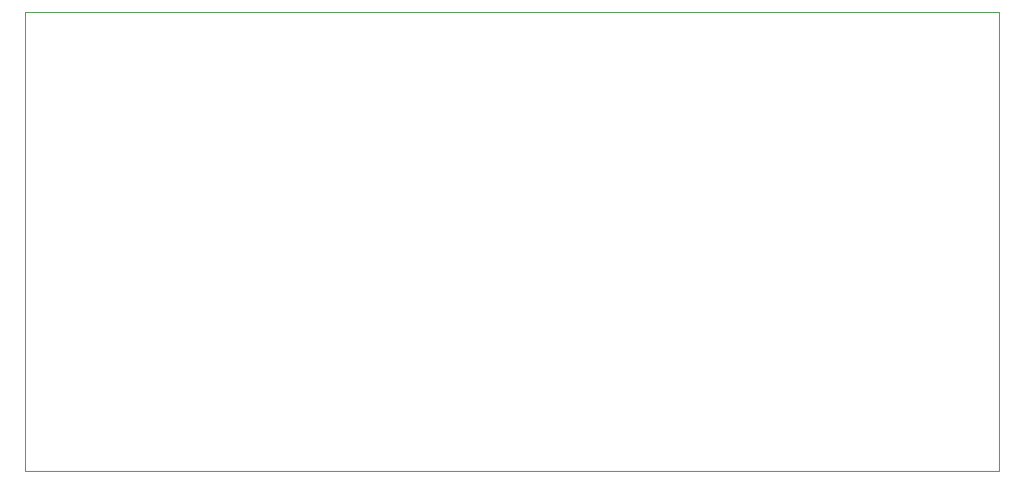
<source format=gbr>
%TF.GenerationSoftware,KiCad,Pcbnew,8.0.5*%
%TF.CreationDate,2024-10-16T13:53:07-05:00*%
%TF.ProjectId,MonitoringSystem_PCB,4d6f6e69-746f-4726-996e-675379737465,rev?*%
%TF.SameCoordinates,Original*%
%TF.FileFunction,Profile,NP*%
%FSLAX46Y46*%
G04 Gerber Fmt 4.6, Leading zero omitted, Abs format (unit mm)*
G04 Created by KiCad (PCBNEW 8.0.5) date 2024-10-16 13:53:07*
%MOMM*%
%LPD*%
G01*
G04 APERTURE LIST*
%TA.AperFunction,Profile*%
%ADD10C,0.100000*%
%TD*%
G04 APERTURE END LIST*
D10*
X111000000Y-83000000D02*
X200000000Y-83000000D01*
X200000000Y-125000000D01*
X111000000Y-125000000D01*
X111000000Y-83000000D01*
M02*

</source>
